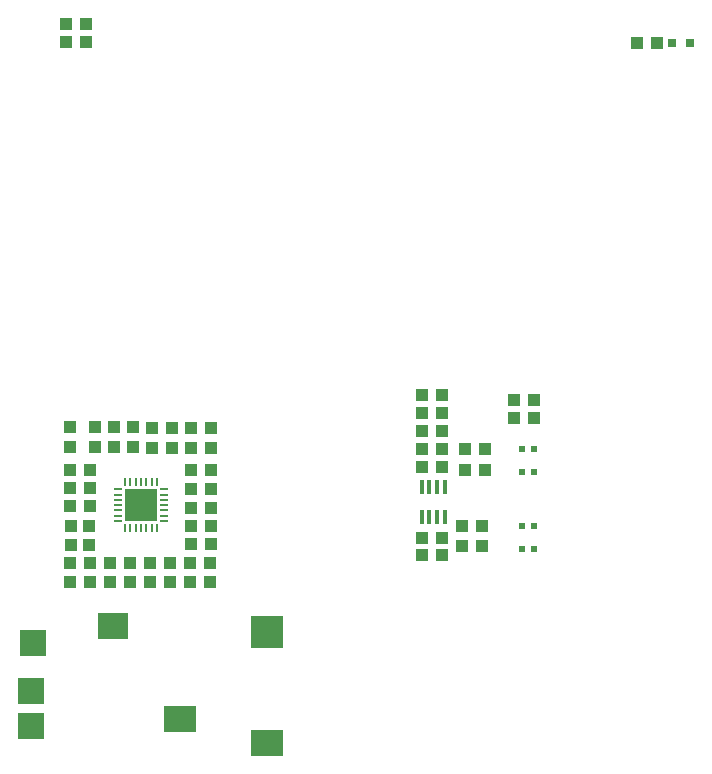
<source format=gbr>
G04 EAGLE Gerber RS-274X export*
G75*
%MOMM*%
%FSLAX34Y34*%
%LPD*%
%INSolderpaste Top*%
%IPPOS*%
%AMOC8*
5,1,8,0,0,1.08239X$1,22.5*%
G01*
%ADD10R,1.100000X1.000000*%
%ADD11R,0.800000X0.800000*%
%ADD12R,0.600000X0.540000*%
%ADD13R,0.250000X0.800000*%
%ADD14R,0.800000X0.250000*%
%ADD15R,2.700000X2.700000*%
%ADD16R,1.000000X1.100000*%
%ADD17R,2.800000X2.200000*%
%ADD18R,2.800000X2.800000*%
%ADD19R,1.000000X1.020000*%
%ADD20R,0.450000X1.200000*%
%ADD21R,2.300000X2.200000*%
%ADD22R,2.500000X2.200000*%


D10*
X632000Y616500D03*
X615000Y616500D03*
D11*
X660000Y616500D03*
X645000Y616500D03*
D12*
X517250Y272150D03*
X517250Y252850D03*
X527750Y252850D03*
X527750Y272150D03*
D10*
X527500Y314000D03*
X510500Y314000D03*
X527500Y298500D03*
X510500Y298500D03*
X486000Y272500D03*
X469000Y272500D03*
X486000Y255000D03*
X469000Y255000D03*
X433000Y288000D03*
X450000Y288000D03*
X450000Y303000D03*
X433000Y303000D03*
X433000Y318000D03*
X450000Y318000D03*
X450000Y272500D03*
X433000Y272500D03*
X450000Y257000D03*
X433000Y257000D03*
D12*
X517250Y207150D03*
X517250Y187850D03*
X527750Y187850D03*
X527750Y207150D03*
D10*
X483500Y207500D03*
X466500Y207500D03*
X483500Y190000D03*
X466500Y190000D03*
X450000Y182500D03*
X433000Y182500D03*
X450000Y197500D03*
X433000Y197500D03*
D13*
X208500Y244500D03*
X204000Y244500D03*
X199500Y244500D03*
X195000Y244500D03*
X190500Y244500D03*
X186000Y244500D03*
X181500Y244500D03*
D14*
X175500Y238500D03*
X175500Y234000D03*
X175500Y229500D03*
X175500Y225000D03*
X175500Y220500D03*
X175500Y216000D03*
X175500Y211500D03*
D13*
X181500Y205500D03*
X186000Y205500D03*
X190500Y205500D03*
X195000Y205500D03*
X199500Y205500D03*
X204000Y205500D03*
X208500Y205500D03*
D14*
X214500Y211500D03*
X214500Y216000D03*
X214500Y220500D03*
X214500Y225000D03*
X214500Y229500D03*
X214500Y234000D03*
X214500Y238500D03*
D15*
X195000Y225000D03*
D10*
X203000Y176000D03*
X220000Y176000D03*
X169000Y176000D03*
X186000Y176000D03*
X151500Y176000D03*
X134500Y176000D03*
X236500Y176000D03*
X253500Y176000D03*
X237000Y273500D03*
X254000Y273500D03*
X204000Y273500D03*
X221000Y273500D03*
X204000Y290000D03*
X221000Y290000D03*
X237000Y290000D03*
X254000Y290000D03*
X151500Y160000D03*
X134500Y160000D03*
X169000Y160000D03*
X186000Y160000D03*
X203000Y160000D03*
X220000Y160000D03*
X236500Y160000D03*
X253500Y160000D03*
X151500Y254500D03*
X134500Y254500D03*
X254000Y254500D03*
X237000Y254500D03*
D16*
X188500Y291000D03*
X188500Y274000D03*
X172500Y291000D03*
X172500Y274000D03*
X156500Y291000D03*
X156500Y274000D03*
X135000Y291000D03*
X135000Y274000D03*
D17*
X228000Y44000D03*
X302000Y24000D03*
D18*
X302000Y118000D03*
D10*
X134500Y239500D03*
X151500Y239500D03*
X134500Y224500D03*
X151500Y224500D03*
D19*
X150590Y191500D03*
X135410Y191500D03*
X150590Y207500D03*
X135410Y207500D03*
D10*
X237000Y191750D03*
X254000Y191750D03*
X254000Y239000D03*
X237000Y239000D03*
X148500Y632500D03*
X131500Y632500D03*
X148500Y617500D03*
X131500Y617500D03*
D20*
X432750Y215000D03*
X439250Y215000D03*
X445750Y215000D03*
X452250Y215000D03*
X452250Y240000D03*
X445750Y240000D03*
X439250Y240000D03*
X432750Y240000D03*
D10*
X237000Y222500D03*
X254000Y222500D03*
X237000Y207500D03*
X254000Y207500D03*
D21*
X101500Y38000D03*
X101500Y68000D03*
X103500Y108000D03*
D22*
X171500Y123000D03*
M02*

</source>
